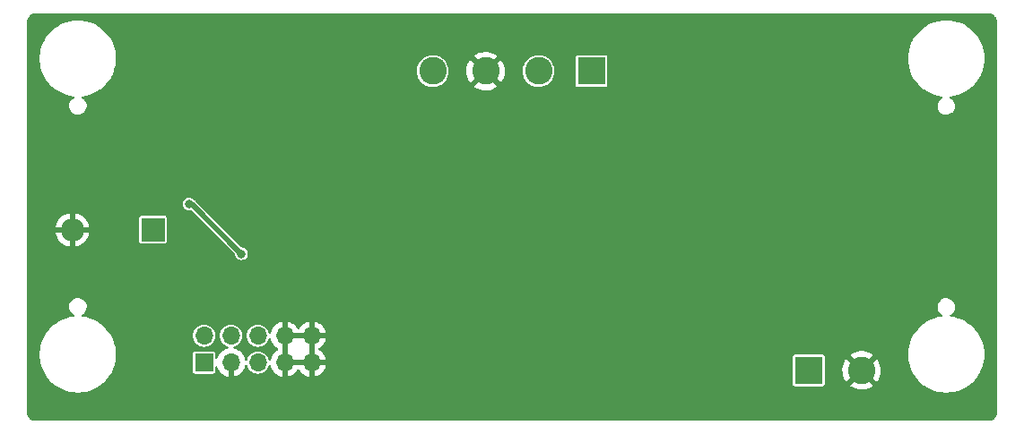
<source format=gbr>
%TF.GenerationSoftware,KiCad,Pcbnew,(6.0.0)*%
%TF.CreationDate,2022-01-14T12:25:06-05:00*%
%TF.ProjectId,ADC-board-HX711,4144432d-626f-4617-9264-2d4858373131,rev?*%
%TF.SameCoordinates,Original*%
%TF.FileFunction,Copper,L1,Top*%
%TF.FilePolarity,Positive*%
%FSLAX46Y46*%
G04 Gerber Fmt 4.6, Leading zero omitted, Abs format (unit mm)*
G04 Created by KiCad (PCBNEW (6.0.0)) date 2022-01-14 12:25:06*
%MOMM*%
%LPD*%
G01*
G04 APERTURE LIST*
%TA.AperFunction,ComponentPad*%
%ADD10O,2.200000X2.200000*%
%TD*%
%TA.AperFunction,ComponentPad*%
%ADD11R,2.200000X2.200000*%
%TD*%
%TA.AperFunction,ComponentPad*%
%ADD12R,1.700000X1.700000*%
%TD*%
%TA.AperFunction,ComponentPad*%
%ADD13O,1.700000X1.700000*%
%TD*%
%TA.AperFunction,ComponentPad*%
%ADD14R,2.600000X2.600000*%
%TD*%
%TA.AperFunction,ComponentPad*%
%ADD15C,2.600000*%
%TD*%
%TA.AperFunction,ViaPad*%
%ADD16C,0.800100*%
%TD*%
%TA.AperFunction,Conductor*%
%ADD17C,0.500000*%
%TD*%
G04 APERTURE END LIST*
D10*
%TO.P,D2,2,A*%
%TO.N,GND*%
X4480000Y-20700000D03*
D11*
%TO.P,D2,1,K*%
%TO.N,+5V*%
X12100000Y-20700000D03*
%TD*%
D12*
%TO.P,J1,1,Pin_1*%
%TO.N,+3V3*%
X16920000Y-33270000D03*
D13*
%TO.P,J1,2,Pin_2*%
%TO.N,DATA*%
X16920000Y-30730000D03*
%TO.P,J1,3,Pin_3*%
%TO.N,GND*%
X19460000Y-33270000D03*
%TO.P,J1,4,Pin_4*%
%TO.N,SCK*%
X19460000Y-30730000D03*
%TO.P,J1,5,Pin_5*%
%TO.N,+5V*%
X22000000Y-33270000D03*
%TO.P,J1,6,Pin_6*%
%TO.N,SWITCH-IN*%
X22000000Y-30730000D03*
%TO.P,J1,7,Pin_7*%
%TO.N,GND*%
X24540000Y-33270000D03*
%TO.P,J1,8,Pin_8*%
X24540000Y-30730000D03*
%TO.P,J1,9,Pin_9*%
X27080000Y-33270000D03*
%TO.P,J1,10,Pin_10*%
X27080000Y-30730000D03*
%TD*%
D14*
%TO.P,J3,1,Pin_1*%
%TO.N,SWITCH-IN*%
X74000000Y-34000000D03*
D15*
%TO.P,J3,2,Pin_2*%
%TO.N,GND*%
X79000000Y-34000000D03*
%TD*%
D14*
%TO.P,J2,1,Pin_1*%
%TO.N,A+*%
X53500000Y-5695000D03*
D15*
%TO.P,J2,2,Pin_2*%
%TO.N,A-*%
X48500000Y-5695000D03*
%TO.P,J2,3,Pin_3*%
%TO.N,GND*%
X43500000Y-5695000D03*
%TO.P,J2,4,Pin_4*%
%TO.N,E+*%
X38500000Y-5695000D03*
%TD*%
D16*
%TO.N,GND*%
X16400000Y-17330000D03*
X20050000Y-21100000D03*
X17250000Y-21070000D03*
X18190000Y-22980000D03*
X36750000Y-20750000D03*
X14760000Y-19210000D03*
X46450000Y-8950000D03*
X15870000Y-24000000D03*
X21420000Y-23530000D03*
X43750000Y-21550000D03*
X17710000Y-18920000D03*
X31900000Y-7200000D03*
%TO.N,SWITCH-IN*%
X15490000Y-18270000D03*
X20450000Y-22970000D03*
%TD*%
D17*
%TO.N,SWITCH-IN*%
X20450000Y-22970000D02*
X15750000Y-18270000D01*
X15750000Y-18270000D02*
X15490000Y-18270000D01*
%TD*%
%TA.AperFunction,Conductor*%
%TO.N,GND*%
G36*
X90988227Y-202518D02*
G01*
X90999642Y-205143D01*
X91010516Y-202682D01*
X91021665Y-202702D01*
X91021663Y-203716D01*
X91031524Y-203105D01*
X91087538Y-208622D01*
X91146370Y-214416D01*
X91165400Y-218202D01*
X91231110Y-238134D01*
X91296817Y-258066D01*
X91314745Y-265492D01*
X91365229Y-292476D01*
X91435856Y-330227D01*
X91451991Y-341008D01*
X91558152Y-428131D01*
X91571869Y-441848D01*
X91581454Y-453527D01*
X91658992Y-548009D01*
X91669772Y-564143D01*
X91703923Y-628033D01*
X91734507Y-685252D01*
X91741934Y-703183D01*
X91781798Y-834598D01*
X91785584Y-853630D01*
X91790102Y-899500D01*
X91796897Y-968493D01*
X91797374Y-978371D01*
X91797356Y-988775D01*
X91794857Y-999642D01*
X91797559Y-1011583D01*
X91800000Y-1033432D01*
X91800000Y-37966040D01*
X91797482Y-37988227D01*
X91794857Y-37999642D01*
X91797318Y-38010516D01*
X91797298Y-38021665D01*
X91796284Y-38021663D01*
X91796895Y-38031524D01*
X91785584Y-38146368D01*
X91781798Y-38165402D01*
X91741934Y-38296817D01*
X91734508Y-38314745D01*
X91669773Y-38435856D01*
X91658992Y-38451991D01*
X91571869Y-38558152D01*
X91558152Y-38571869D01*
X91477053Y-38638425D01*
X91451991Y-38658992D01*
X91435857Y-38669772D01*
X91314745Y-38734508D01*
X91296817Y-38741934D01*
X91231110Y-38761866D01*
X91165400Y-38781798D01*
X91146370Y-38785584D01*
X91031501Y-38796897D01*
X91021629Y-38797374D01*
X91011225Y-38797356D01*
X91000358Y-38794857D01*
X90988417Y-38797559D01*
X90966568Y-38800000D01*
X1033960Y-38800000D01*
X1011773Y-38797482D01*
X1000358Y-38794857D01*
X989484Y-38797318D01*
X978335Y-38797298D01*
X978337Y-38796284D01*
X968476Y-38796895D01*
X912462Y-38791378D01*
X853630Y-38785584D01*
X834600Y-38781798D01*
X768890Y-38761866D01*
X703183Y-38741934D01*
X685255Y-38734508D01*
X564143Y-38669772D01*
X548009Y-38658992D01*
X522947Y-38638425D01*
X441848Y-38571869D01*
X428131Y-38558152D01*
X341008Y-38451991D01*
X330227Y-38435856D01*
X265492Y-38314745D01*
X258066Y-38296817D01*
X218202Y-38165402D01*
X214416Y-38146368D01*
X203103Y-38031507D01*
X202626Y-38021629D01*
X202644Y-38011225D01*
X205143Y-38000358D01*
X202441Y-37988417D01*
X200000Y-37966568D01*
X200000Y-32500000D01*
X1394559Y-32500000D01*
X1414310Y-32876871D01*
X1414715Y-32879429D01*
X1414716Y-32879437D01*
X1444102Y-33064970D01*
X1473347Y-33249613D01*
X1474018Y-33252117D01*
X1474019Y-33252122D01*
X1547520Y-33526431D01*
X1571022Y-33614143D01*
X1706266Y-33966465D01*
X1791453Y-34133653D01*
X1860911Y-34269971D01*
X1877597Y-34302720D01*
X1879008Y-34304892D01*
X1879011Y-34304898D01*
X1965516Y-34438104D01*
X2083137Y-34619225D01*
X2320635Y-34912511D01*
X2587489Y-35179365D01*
X2880775Y-35416863D01*
X2931757Y-35449971D01*
X3195102Y-35620989D01*
X3195108Y-35620992D01*
X3197280Y-35622403D01*
X3533535Y-35793734D01*
X3885857Y-35928978D01*
X3888360Y-35929649D01*
X3888361Y-35929649D01*
X4247878Y-36025981D01*
X4247883Y-36025982D01*
X4250387Y-36026653D01*
X4252958Y-36027060D01*
X4252957Y-36027060D01*
X4620563Y-36085284D01*
X4620571Y-36085285D01*
X4623129Y-36085690D01*
X4905720Y-36100500D01*
X5094280Y-36100500D01*
X5376871Y-36085690D01*
X5379429Y-36085285D01*
X5379437Y-36085284D01*
X5747043Y-36027060D01*
X5747042Y-36027060D01*
X5749613Y-36026653D01*
X5752117Y-36025982D01*
X5752122Y-36025981D01*
X6111639Y-35929649D01*
X6111640Y-35929649D01*
X6114143Y-35928978D01*
X6466465Y-35793734D01*
X6802720Y-35622403D01*
X6804892Y-35620992D01*
X6804898Y-35620989D01*
X7068243Y-35449971D01*
X7119225Y-35416863D01*
X7239152Y-35319748D01*
X72499500Y-35319748D01*
X72511133Y-35378231D01*
X72555448Y-35444552D01*
X72621769Y-35488867D01*
X72631332Y-35490769D01*
X72631334Y-35490770D01*
X72654005Y-35495279D01*
X72680252Y-35500500D01*
X75319748Y-35500500D01*
X75345995Y-35495279D01*
X75368666Y-35490770D01*
X75368668Y-35490769D01*
X75378231Y-35488867D01*
X75441903Y-35446322D01*
X77918717Y-35446322D01*
X77918907Y-35447521D01*
X77923045Y-35452388D01*
X78036260Y-35535401D01*
X78042465Y-35539279D01*
X78273785Y-35660982D01*
X78280513Y-35663907D01*
X78527279Y-35750081D01*
X78534346Y-35751975D01*
X78791146Y-35800730D01*
X78798426Y-35801559D01*
X79059606Y-35811822D01*
X79066925Y-35811566D01*
X79326764Y-35783109D01*
X79333948Y-35781777D01*
X79586730Y-35715225D01*
X79593656Y-35712840D01*
X79833805Y-35609664D01*
X79840306Y-35606281D01*
X80062574Y-35468736D01*
X80068498Y-35464432D01*
X80076418Y-35457728D01*
X80083437Y-35446385D01*
X80083210Y-35443323D01*
X80081417Y-35440627D01*
X79011086Y-34370296D01*
X78999203Y-34364242D01*
X78994172Y-34365038D01*
X77924771Y-35434439D01*
X77918717Y-35446322D01*
X75441903Y-35446322D01*
X75444552Y-35444552D01*
X75488867Y-35378231D01*
X75500500Y-35319748D01*
X75500500Y-33956207D01*
X77187727Y-33956207D01*
X77200268Y-34217293D01*
X77201160Y-34224555D01*
X77252155Y-34480923D01*
X77254112Y-34487979D01*
X77342435Y-34733980D01*
X77345418Y-34740681D01*
X77469133Y-34970926D01*
X77473069Y-34977104D01*
X77545178Y-35073669D01*
X77556068Y-35081365D01*
X77557519Y-35081346D01*
X77562610Y-35078180D01*
X78629704Y-34011086D01*
X78634946Y-34000797D01*
X79364242Y-34000797D01*
X79365038Y-34005828D01*
X80437820Y-35078610D01*
X80449482Y-35084552D01*
X80456016Y-35078643D01*
X80591371Y-34868210D01*
X80594865Y-34861775D01*
X80702225Y-34623443D01*
X80704722Y-34616581D01*
X80775675Y-34365004D01*
X80777136Y-34357820D01*
X80810271Y-34097356D01*
X80810650Y-34092407D01*
X80813005Y-34002492D01*
X80812885Y-33997517D01*
X80793427Y-33735665D01*
X80792346Y-33728436D01*
X80734657Y-33473490D01*
X80732517Y-33466489D01*
X80637780Y-33222873D01*
X80634629Y-33216267D01*
X80504928Y-32989337D01*
X80500824Y-32983253D01*
X80455488Y-32925744D01*
X80444397Y-32918334D01*
X80442254Y-32918418D01*
X80438192Y-32921018D01*
X79370296Y-33988914D01*
X79364242Y-34000797D01*
X78634946Y-34000797D01*
X78635758Y-33999203D01*
X78634962Y-33994172D01*
X77564090Y-32923300D01*
X77552207Y-32917246D01*
X77549405Y-32917689D01*
X77546559Y-32919963D01*
X77526300Y-32944322D01*
X77522047Y-32950284D01*
X77386451Y-33173739D01*
X77383121Y-33180275D01*
X77282045Y-33421314D01*
X77279718Y-33428267D01*
X77215379Y-33681603D01*
X77214107Y-33688819D01*
X77187919Y-33948887D01*
X77187727Y-33956207D01*
X75500500Y-33956207D01*
X75500500Y-32680252D01*
X75488867Y-32621769D01*
X75444552Y-32555448D01*
X75441786Y-32553600D01*
X77915923Y-32553600D01*
X77920228Y-32561018D01*
X78988914Y-33629704D01*
X79000797Y-33635758D01*
X79005828Y-33634962D01*
X80076075Y-32564715D01*
X80082129Y-32552832D01*
X80082049Y-32552325D01*
X80077084Y-32546638D01*
X80009855Y-32500000D01*
X83394559Y-32500000D01*
X83414310Y-32876871D01*
X83414715Y-32879429D01*
X83414716Y-32879437D01*
X83444102Y-33064970D01*
X83473347Y-33249613D01*
X83474018Y-33252117D01*
X83474019Y-33252122D01*
X83547520Y-33526431D01*
X83571022Y-33614143D01*
X83706266Y-33966465D01*
X83791453Y-34133653D01*
X83860911Y-34269971D01*
X83877597Y-34302720D01*
X83879008Y-34304892D01*
X83879011Y-34304898D01*
X83965516Y-34438104D01*
X84083137Y-34619225D01*
X84320635Y-34912511D01*
X84587489Y-35179365D01*
X84880775Y-35416863D01*
X84931757Y-35449971D01*
X85195102Y-35620989D01*
X85195108Y-35620992D01*
X85197280Y-35622403D01*
X85533535Y-35793734D01*
X85885857Y-35928978D01*
X85888360Y-35929649D01*
X85888361Y-35929649D01*
X86247878Y-36025981D01*
X86247883Y-36025982D01*
X86250387Y-36026653D01*
X86252958Y-36027060D01*
X86252957Y-36027060D01*
X86620563Y-36085284D01*
X86620571Y-36085285D01*
X86623129Y-36085690D01*
X86905720Y-36100500D01*
X87094280Y-36100500D01*
X87376871Y-36085690D01*
X87379429Y-36085285D01*
X87379437Y-36085284D01*
X87747043Y-36027060D01*
X87747042Y-36027060D01*
X87749613Y-36026653D01*
X87752117Y-36025982D01*
X87752122Y-36025981D01*
X88111639Y-35929649D01*
X88111640Y-35929649D01*
X88114143Y-35928978D01*
X88466465Y-35793734D01*
X88802720Y-35622403D01*
X88804892Y-35620992D01*
X88804898Y-35620989D01*
X89068243Y-35449971D01*
X89119225Y-35416863D01*
X89412511Y-35179365D01*
X89679365Y-34912511D01*
X89916863Y-34619225D01*
X89918274Y-34617052D01*
X89918280Y-34617044D01*
X90120989Y-34304899D01*
X90120992Y-34304893D01*
X90122403Y-34302721D01*
X90123580Y-34300412D01*
X90200291Y-34149858D01*
X90293734Y-33966465D01*
X90428978Y-33614143D01*
X90452480Y-33526431D01*
X90525981Y-33252122D01*
X90525982Y-33252117D01*
X90526653Y-33249613D01*
X90555898Y-33064970D01*
X90585284Y-32879437D01*
X90585285Y-32879429D01*
X90585690Y-32876871D01*
X90605441Y-32500000D01*
X90585690Y-32123129D01*
X90585095Y-32119369D01*
X90529746Y-31769917D01*
X90526653Y-31750387D01*
X90513287Y-31700502D01*
X90429649Y-31388361D01*
X90429649Y-31388360D01*
X90428978Y-31385857D01*
X90293734Y-31033535D01*
X90122403Y-30697280D01*
X89916863Y-30380775D01*
X89679365Y-30087489D01*
X89412511Y-29820635D01*
X89119225Y-29583137D01*
X88948948Y-29472558D01*
X88804898Y-29379011D01*
X88804892Y-29379008D01*
X88802720Y-29377597D01*
X88466465Y-29206266D01*
X88114143Y-29071022D01*
X88111639Y-29070351D01*
X87752122Y-28974019D01*
X87752117Y-28974018D01*
X87749613Y-28973347D01*
X87409954Y-28919550D01*
X87355437Y-28891773D01*
X87327660Y-28837256D01*
X87337231Y-28776824D01*
X87374452Y-28736909D01*
X87496839Y-28663372D01*
X87496841Y-28663371D01*
X87501432Y-28660612D01*
X87564892Y-28600601D01*
X87627696Y-28541209D01*
X87631591Y-28537526D01*
X87732283Y-28389362D01*
X87798810Y-28223032D01*
X87828069Y-28046296D01*
X87818693Y-27867401D01*
X87771121Y-27694691D01*
X87687572Y-27536227D01*
X87625247Y-27462474D01*
X87575404Y-27403493D01*
X87575402Y-27403491D01*
X87571944Y-27399399D01*
X87489843Y-27336628D01*
X87433894Y-27293851D01*
X87433891Y-27293849D01*
X87429632Y-27290593D01*
X87267275Y-27214885D01*
X87262045Y-27213716D01*
X87262042Y-27213715D01*
X87096407Y-27176692D01*
X87096408Y-27176692D01*
X87092448Y-27175807D01*
X87088375Y-27175579D01*
X87088343Y-27175577D01*
X87088326Y-27175577D01*
X87086957Y-27175500D01*
X86955244Y-27175500D01*
X86925920Y-27178686D01*
X86827232Y-27189406D01*
X86827227Y-27189407D01*
X86821907Y-27189985D01*
X86652122Y-27247124D01*
X86498568Y-27339388D01*
X86494676Y-27343068D01*
X86494674Y-27343070D01*
X86430779Y-27403493D01*
X86368409Y-27462474D01*
X86267717Y-27610638D01*
X86201190Y-27776968D01*
X86171931Y-27953704D01*
X86181307Y-28132599D01*
X86228879Y-28305309D01*
X86312428Y-28463773D01*
X86315888Y-28467867D01*
X86315889Y-28467869D01*
X86377866Y-28541209D01*
X86428056Y-28600601D01*
X86432315Y-28603857D01*
X86566106Y-28706149D01*
X86566109Y-28706151D01*
X86570368Y-28709407D01*
X86575226Y-28711672D01*
X86575232Y-28711676D01*
X86618276Y-28731748D01*
X86663024Y-28773477D01*
X86674698Y-28833538D01*
X86648839Y-28888991D01*
X86591924Y-28919252D01*
X86250387Y-28973347D01*
X86247883Y-28974018D01*
X86247878Y-28974019D01*
X85888361Y-29070351D01*
X85885857Y-29071022D01*
X85533535Y-29206266D01*
X85197280Y-29377597D01*
X85195108Y-29379008D01*
X85195102Y-29379011D01*
X85051052Y-29472558D01*
X84880775Y-29583137D01*
X84587489Y-29820635D01*
X84320635Y-30087489D01*
X84083137Y-30380775D01*
X84081726Y-30382948D01*
X84081720Y-30382956D01*
X83879011Y-30695101D01*
X83879008Y-30695107D01*
X83877597Y-30697279D01*
X83876421Y-30699587D01*
X83870884Y-30710454D01*
X83706266Y-31033535D01*
X83571022Y-31385857D01*
X83570351Y-31388360D01*
X83570351Y-31388361D01*
X83486714Y-31700502D01*
X83473347Y-31750387D01*
X83470254Y-31769917D01*
X83414906Y-32119369D01*
X83414310Y-32123129D01*
X83394559Y-32500000D01*
X80009855Y-32500000D01*
X79923224Y-32439902D01*
X79916901Y-32436178D01*
X79682492Y-32320581D01*
X79675683Y-32317829D01*
X79426749Y-32238144D01*
X79419632Y-32236435D01*
X79161638Y-32194418D01*
X79154354Y-32193781D01*
X78892979Y-32190360D01*
X78885683Y-32190806D01*
X78626674Y-32226056D01*
X78619522Y-32227576D01*
X78368577Y-32300720D01*
X78361711Y-32303287D01*
X78124341Y-32412716D01*
X78117935Y-32416267D01*
X77924204Y-32543282D01*
X77915923Y-32553600D01*
X75441786Y-32553600D01*
X75378231Y-32511133D01*
X75368668Y-32509231D01*
X75368666Y-32509230D01*
X75345995Y-32504721D01*
X75319748Y-32499500D01*
X72680252Y-32499500D01*
X72654005Y-32504721D01*
X72631334Y-32509230D01*
X72631332Y-32509231D01*
X72621769Y-32511133D01*
X72555448Y-32555448D01*
X72511133Y-32621769D01*
X72499500Y-32680252D01*
X72499500Y-35319748D01*
X7239152Y-35319748D01*
X7412511Y-35179365D01*
X7679365Y-34912511D01*
X7916863Y-34619225D01*
X7918274Y-34617052D01*
X7918280Y-34617044D01*
X8120989Y-34304899D01*
X8120992Y-34304893D01*
X8122403Y-34302721D01*
X8123580Y-34300412D01*
X8200291Y-34149858D01*
X8205442Y-34139748D01*
X15869500Y-34139748D01*
X15881133Y-34198231D01*
X15925448Y-34264552D01*
X15991769Y-34308867D01*
X16001332Y-34310769D01*
X16001334Y-34310770D01*
X16024005Y-34315279D01*
X16050252Y-34320500D01*
X17789748Y-34320500D01*
X17815995Y-34315279D01*
X17838666Y-34310770D01*
X17838668Y-34310769D01*
X17848231Y-34308867D01*
X17914552Y-34264552D01*
X17958867Y-34198231D01*
X17970500Y-34139748D01*
X17970500Y-33718491D01*
X17989407Y-33660300D01*
X18038907Y-33624336D01*
X18100093Y-33624336D01*
X18149593Y-33660300D01*
X18161226Y-33681245D01*
X18242183Y-33880620D01*
X18245840Y-33887860D01*
X18358266Y-34071322D01*
X18363056Y-34077867D01*
X18503935Y-34240502D01*
X18509729Y-34246176D01*
X18675292Y-34383629D01*
X18681921Y-34388270D01*
X18867713Y-34496838D01*
X18875008Y-34500334D01*
X19076038Y-34577099D01*
X19083808Y-34579357D01*
X19190637Y-34601091D01*
X19203846Y-34599586D01*
X19206000Y-34591405D01*
X19206000Y-33115000D01*
X19224907Y-33056809D01*
X19274407Y-33020845D01*
X19305000Y-33016000D01*
X19615000Y-33016000D01*
X19673191Y-33034907D01*
X19709155Y-33084407D01*
X19714000Y-33115000D01*
X19714000Y-34590952D01*
X19718122Y-34603637D01*
X19719650Y-34604748D01*
X19724884Y-34605238D01*
X19739291Y-34603392D01*
X19747200Y-34601710D01*
X19953304Y-34539876D01*
X19960852Y-34536918D01*
X20154087Y-34442253D01*
X20161046Y-34438104D01*
X20336231Y-34313148D01*
X20342412Y-34307924D01*
X20494831Y-34156035D01*
X20500088Y-34149858D01*
X20625651Y-33975119D01*
X20629823Y-33968176D01*
X20725164Y-33775268D01*
X20728144Y-33767744D01*
X20790700Y-33561847D01*
X20793268Y-33549967D01*
X20795177Y-33550380D01*
X20818372Y-33501811D01*
X20872156Y-33472641D01*
X20932814Y-33480656D01*
X20977176Y-33522795D01*
X20985314Y-33542699D01*
X21018544Y-33658586D01*
X21112712Y-33841818D01*
X21240677Y-34003270D01*
X21244357Y-34006402D01*
X21244359Y-34006404D01*
X21320638Y-34071322D01*
X21397564Y-34136791D01*
X21401787Y-34139151D01*
X21401791Y-34139154D01*
X21441342Y-34161258D01*
X21577398Y-34237297D01*
X21581996Y-34238791D01*
X21768724Y-34299463D01*
X21768726Y-34299464D01*
X21773329Y-34300959D01*
X21977894Y-34325351D01*
X21982716Y-34324980D01*
X21982719Y-34324980D01*
X22053259Y-34319552D01*
X22183300Y-34309546D01*
X22381725Y-34254145D01*
X22386038Y-34251966D01*
X22386044Y-34251964D01*
X22561289Y-34163441D01*
X22561291Y-34163440D01*
X22565610Y-34161258D01*
X22572295Y-34156035D01*
X22724135Y-34037406D01*
X22724139Y-34037402D01*
X22727951Y-34034424D01*
X22762696Y-33994172D01*
X22788698Y-33964047D01*
X22862564Y-33878472D01*
X22881231Y-33845613D01*
X22961934Y-33703550D01*
X22961935Y-33703547D01*
X22964323Y-33699344D01*
X22967825Y-33688819D01*
X23019122Y-33534612D01*
X23055431Y-33485364D01*
X23113752Y-33466863D01*
X23171809Y-33486177D01*
X23207427Y-33535926D01*
X23209639Y-33544096D01*
X23238807Y-33673524D01*
X23241231Y-33681258D01*
X23322183Y-33880620D01*
X23325840Y-33887860D01*
X23438266Y-34071322D01*
X23443056Y-34077867D01*
X23583935Y-34240502D01*
X23589729Y-34246176D01*
X23755292Y-34383629D01*
X23761921Y-34388270D01*
X23947713Y-34496838D01*
X23955008Y-34500334D01*
X24156038Y-34577099D01*
X24163808Y-34579357D01*
X24270637Y-34601091D01*
X24283846Y-34599586D01*
X24286000Y-34591405D01*
X24286000Y-34590952D01*
X24794000Y-34590952D01*
X24798122Y-34603637D01*
X24799650Y-34604748D01*
X24804884Y-34605238D01*
X24819291Y-34603392D01*
X24827200Y-34601710D01*
X25033304Y-34539876D01*
X25040852Y-34536918D01*
X25234087Y-34442253D01*
X25241046Y-34438104D01*
X25416231Y-34313148D01*
X25422412Y-34307924D01*
X25574831Y-34156035D01*
X25580088Y-34149858D01*
X25705651Y-33975119D01*
X25709823Y-33968176D01*
X25721990Y-33943557D01*
X25764723Y-33899767D01*
X25825033Y-33889458D01*
X25879885Y-33916568D01*
X25895153Y-33935694D01*
X25978266Y-34071322D01*
X25983056Y-34077867D01*
X26123935Y-34240502D01*
X26129729Y-34246176D01*
X26295292Y-34383629D01*
X26301921Y-34388270D01*
X26487713Y-34496838D01*
X26495008Y-34500334D01*
X26696038Y-34577099D01*
X26703808Y-34579357D01*
X26810637Y-34601091D01*
X26823846Y-34599586D01*
X26826000Y-34591405D01*
X26826000Y-34590952D01*
X27334000Y-34590952D01*
X27338122Y-34603637D01*
X27339650Y-34604748D01*
X27344884Y-34605238D01*
X27359291Y-34603392D01*
X27367200Y-34601710D01*
X27573304Y-34539876D01*
X27580852Y-34536918D01*
X27774087Y-34442253D01*
X27781046Y-34438104D01*
X27956231Y-34313148D01*
X27962412Y-34307924D01*
X28114831Y-34156035D01*
X28120088Y-34149858D01*
X28245651Y-33975119D01*
X28249823Y-33968176D01*
X28345164Y-33775268D01*
X28348144Y-33767744D01*
X28410701Y-33561843D01*
X28412410Y-33553938D01*
X28414304Y-33539547D01*
X28411873Y-33526431D01*
X28410571Y-33525195D01*
X28405290Y-33524000D01*
X27349680Y-33524000D01*
X27336995Y-33528122D01*
X27334000Y-33532243D01*
X27334000Y-34590952D01*
X26826000Y-34590952D01*
X26826000Y-33539680D01*
X26821878Y-33526995D01*
X26817757Y-33524000D01*
X24809680Y-33524000D01*
X24796995Y-33528122D01*
X24794000Y-33532243D01*
X24794000Y-34590952D01*
X24286000Y-34590952D01*
X24286000Y-33000320D01*
X24794000Y-33000320D01*
X24798122Y-33013005D01*
X24802243Y-33016000D01*
X26810320Y-33016000D01*
X26823005Y-33011878D01*
X26826000Y-33007757D01*
X26826000Y-33000320D01*
X27334000Y-33000320D01*
X27338122Y-33013005D01*
X27342243Y-33016000D01*
X28400779Y-33016000D01*
X28412730Y-33012117D01*
X28413058Y-33002462D01*
X28370946Y-32834809D01*
X28368333Y-32827133D01*
X28282534Y-32629807D01*
X28278701Y-32622660D01*
X28161826Y-32441997D01*
X28156880Y-32435575D01*
X28012065Y-32276426D01*
X28006139Y-32270899D01*
X27837269Y-32137534D01*
X27830525Y-32133054D01*
X27748969Y-32088032D01*
X27707162Y-32043356D01*
X27699600Y-31982640D01*
X27729170Y-31929075D01*
X27753260Y-31912456D01*
X27774087Y-31902253D01*
X27781046Y-31898104D01*
X27956231Y-31773148D01*
X27962412Y-31767924D01*
X28114831Y-31616035D01*
X28120088Y-31609858D01*
X28245651Y-31435119D01*
X28249823Y-31428176D01*
X28345164Y-31235268D01*
X28348144Y-31227744D01*
X28410701Y-31021843D01*
X28412410Y-31013938D01*
X28414304Y-30999547D01*
X28411873Y-30986431D01*
X28410571Y-30985195D01*
X28405290Y-30984000D01*
X27349680Y-30984000D01*
X27336995Y-30988122D01*
X27334000Y-30992243D01*
X27334000Y-33000320D01*
X26826000Y-33000320D01*
X26826000Y-30999680D01*
X26821878Y-30986995D01*
X26817757Y-30984000D01*
X24809680Y-30984000D01*
X24796995Y-30988122D01*
X24794000Y-30992243D01*
X24794000Y-33000320D01*
X24286000Y-33000320D01*
X24286000Y-30460320D01*
X24794000Y-30460320D01*
X24798122Y-30473005D01*
X24802243Y-30476000D01*
X26810320Y-30476000D01*
X26823005Y-30471878D01*
X26826000Y-30467757D01*
X26826000Y-30460320D01*
X27334000Y-30460320D01*
X27338122Y-30473005D01*
X27342243Y-30476000D01*
X28400779Y-30476000D01*
X28412730Y-30472117D01*
X28413058Y-30462462D01*
X28370946Y-30294809D01*
X28368333Y-30287133D01*
X28282534Y-30089807D01*
X28278701Y-30082660D01*
X28161826Y-29901997D01*
X28156880Y-29895575D01*
X28012065Y-29736426D01*
X28006139Y-29730899D01*
X27837269Y-29597534D01*
X27830525Y-29593054D01*
X27642141Y-29489060D01*
X27634749Y-29485738D01*
X27431920Y-29413912D01*
X27424081Y-29411841D01*
X27349436Y-29398545D01*
X27336226Y-29400378D01*
X27335805Y-29400782D01*
X27334000Y-29407996D01*
X27334000Y-30460320D01*
X26826000Y-30460320D01*
X26826000Y-29410667D01*
X26821878Y-29397982D01*
X26820877Y-29397254D01*
X26814549Y-29396739D01*
X26768220Y-29403829D01*
X26760348Y-29405705D01*
X26555807Y-29472558D01*
X26548350Y-29475693D01*
X26357479Y-29575054D01*
X26350627Y-29579369D01*
X26178544Y-29708573D01*
X26172491Y-29713947D01*
X26023830Y-29869513D01*
X26018727Y-29875814D01*
X25897466Y-30053575D01*
X25895023Y-30057876D01*
X25849841Y-30099134D01*
X25789037Y-30105954D01*
X25735836Y-30075732D01*
X25725821Y-30062750D01*
X25621826Y-29901997D01*
X25616880Y-29895575D01*
X25472065Y-29736426D01*
X25466139Y-29730899D01*
X25297269Y-29597534D01*
X25290525Y-29593054D01*
X25102141Y-29489060D01*
X25094749Y-29485738D01*
X24891920Y-29413912D01*
X24884081Y-29411841D01*
X24809436Y-29398545D01*
X24796226Y-29400378D01*
X24795805Y-29400782D01*
X24794000Y-29407996D01*
X24794000Y-30460320D01*
X24286000Y-30460320D01*
X24286000Y-29410667D01*
X24281878Y-29397982D01*
X24280877Y-29397254D01*
X24274549Y-29396739D01*
X24228220Y-29403829D01*
X24220348Y-29405705D01*
X24015807Y-29472558D01*
X24008350Y-29475693D01*
X23817479Y-29575054D01*
X23810627Y-29579369D01*
X23638544Y-29708573D01*
X23632491Y-29713947D01*
X23483830Y-29869513D01*
X23478727Y-29875814D01*
X23357466Y-30053575D01*
X23353468Y-30060613D01*
X23262871Y-30255790D01*
X23260073Y-30263394D01*
X23206095Y-30458031D01*
X23172325Y-30509052D01*
X23115014Y-30530480D01*
X23056054Y-30514129D01*
X23017965Y-30466244D01*
X23015921Y-30460188D01*
X22992603Y-30382956D01*
X22975935Y-30327749D01*
X22879218Y-30145849D01*
X22749011Y-29986200D01*
X22647227Y-29901997D01*
X22594002Y-29857965D01*
X22594000Y-29857964D01*
X22590275Y-29854882D01*
X22409055Y-29756897D01*
X22325069Y-29730899D01*
X22216875Y-29697407D01*
X22216871Y-29697406D01*
X22212254Y-29695977D01*
X22207446Y-29695472D01*
X22207443Y-29695471D01*
X22012185Y-29674949D01*
X22012183Y-29674949D01*
X22007369Y-29674443D01*
X21947354Y-29679905D01*
X21807022Y-29692675D01*
X21807017Y-29692676D01*
X21802203Y-29693114D01*
X21604572Y-29751280D01*
X21600288Y-29753519D01*
X21600287Y-29753520D01*
X21589428Y-29759197D01*
X21422002Y-29846726D01*
X21418231Y-29849758D01*
X21265220Y-29972781D01*
X21265217Y-29972783D01*
X21261447Y-29975815D01*
X21258333Y-29979526D01*
X21258332Y-29979527D01*
X21157970Y-30099134D01*
X21129024Y-30133630D01*
X21126689Y-30137878D01*
X21126688Y-30137879D01*
X21119955Y-30150126D01*
X21029776Y-30314162D01*
X21028313Y-30318775D01*
X21028311Y-30318779D01*
X21008645Y-30380775D01*
X20967484Y-30510532D01*
X20966944Y-30515344D01*
X20966944Y-30515345D01*
X20965865Y-30524970D01*
X20944520Y-30715262D01*
X20961759Y-30920553D01*
X20963092Y-30925201D01*
X20963092Y-30925202D01*
X20993497Y-31031235D01*
X21018544Y-31118586D01*
X21112712Y-31301818D01*
X21240677Y-31463270D01*
X21244357Y-31466402D01*
X21244359Y-31466404D01*
X21320638Y-31531322D01*
X21397564Y-31596791D01*
X21401787Y-31599151D01*
X21401791Y-31599154D01*
X21441342Y-31621258D01*
X21577398Y-31697297D01*
X21581996Y-31698791D01*
X21768724Y-31759463D01*
X21768726Y-31759464D01*
X21773329Y-31760959D01*
X21977894Y-31785351D01*
X21982716Y-31784980D01*
X21982719Y-31784980D01*
X22050541Y-31779761D01*
X22183300Y-31769546D01*
X22381725Y-31714145D01*
X22386038Y-31711966D01*
X22386044Y-31711964D01*
X22561289Y-31623441D01*
X22561291Y-31623440D01*
X22565610Y-31621258D01*
X22572295Y-31616035D01*
X22724135Y-31497406D01*
X22724139Y-31497402D01*
X22727951Y-31494424D01*
X22862564Y-31338472D01*
X22881231Y-31305613D01*
X22961934Y-31163550D01*
X22961935Y-31163547D01*
X22964323Y-31159344D01*
X22970340Y-31141258D01*
X23019122Y-30994612D01*
X23055431Y-30945364D01*
X23113752Y-30926863D01*
X23171809Y-30946177D01*
X23207427Y-30995926D01*
X23209639Y-31004096D01*
X23238807Y-31133524D01*
X23241231Y-31141258D01*
X23322183Y-31340620D01*
X23325840Y-31347860D01*
X23438266Y-31531322D01*
X23443056Y-31537867D01*
X23583935Y-31700502D01*
X23589729Y-31706176D01*
X23755292Y-31843629D01*
X23761921Y-31848271D01*
X23874708Y-31914178D01*
X23915411Y-31959861D01*
X23921487Y-32020744D01*
X23890618Y-32073571D01*
X23870472Y-32087468D01*
X23817483Y-32115052D01*
X23810627Y-32119369D01*
X23638544Y-32248573D01*
X23632491Y-32253947D01*
X23483830Y-32409513D01*
X23478727Y-32415814D01*
X23357466Y-32593575D01*
X23353468Y-32600613D01*
X23262871Y-32795790D01*
X23260073Y-32803394D01*
X23206095Y-32998031D01*
X23172325Y-33049052D01*
X23115014Y-33070480D01*
X23056054Y-33054129D01*
X23017965Y-33006244D01*
X23015921Y-33000188D01*
X22990879Y-32917246D01*
X22975935Y-32867749D01*
X22879218Y-32685849D01*
X22749011Y-32526200D01*
X22728498Y-32509230D01*
X22594002Y-32397965D01*
X22594000Y-32397964D01*
X22590275Y-32394882D01*
X22409055Y-32296897D01*
X22325069Y-32270899D01*
X22216875Y-32237407D01*
X22216871Y-32237406D01*
X22212254Y-32235977D01*
X22207446Y-32235472D01*
X22207443Y-32235471D01*
X22012185Y-32214949D01*
X22012183Y-32214949D01*
X22007369Y-32214443D01*
X21951800Y-32219500D01*
X21807022Y-32232675D01*
X21807017Y-32232676D01*
X21802203Y-32233114D01*
X21604572Y-32291280D01*
X21600288Y-32293519D01*
X21600287Y-32293520D01*
X21589428Y-32299197D01*
X21422002Y-32386726D01*
X21418231Y-32389758D01*
X21265220Y-32512781D01*
X21265217Y-32512783D01*
X21261447Y-32515815D01*
X21258333Y-32519526D01*
X21258332Y-32519527D01*
X21157970Y-32639134D01*
X21129024Y-32673630D01*
X21126689Y-32677878D01*
X21126688Y-32677879D01*
X21119955Y-32690126D01*
X21029776Y-32854162D01*
X21028312Y-32858778D01*
X21028310Y-32858782D01*
X20982313Y-33003785D01*
X20946696Y-33053535D01*
X20888638Y-33072849D01*
X20830317Y-33054348D01*
X20794008Y-33005101D01*
X20791930Y-32997969D01*
X20750946Y-32834809D01*
X20748333Y-32827133D01*
X20662534Y-32629807D01*
X20658701Y-32622660D01*
X20541826Y-32441997D01*
X20536880Y-32435575D01*
X20392065Y-32276426D01*
X20386139Y-32270899D01*
X20217269Y-32137534D01*
X20210525Y-32133054D01*
X20022141Y-32029060D01*
X20014749Y-32025738D01*
X19811920Y-31953912D01*
X19804081Y-31951841D01*
X19734589Y-31939463D01*
X19680616Y-31910644D01*
X19653890Y-31855605D01*
X19664619Y-31795367D01*
X19708706Y-31752941D01*
X19725327Y-31746644D01*
X19769867Y-31734208D01*
X19841725Y-31714145D01*
X19846038Y-31711966D01*
X19846044Y-31711964D01*
X20021289Y-31623441D01*
X20021291Y-31623440D01*
X20025610Y-31621258D01*
X20032295Y-31616035D01*
X20184135Y-31497406D01*
X20184139Y-31497402D01*
X20187951Y-31494424D01*
X20322564Y-31338472D01*
X20341231Y-31305613D01*
X20421934Y-31163550D01*
X20421935Y-31163547D01*
X20424323Y-31159344D01*
X20430340Y-31141258D01*
X20487824Y-30968454D01*
X20487824Y-30968452D01*
X20489351Y-30963863D01*
X20515171Y-30759474D01*
X20515583Y-30730000D01*
X20512375Y-30697279D01*
X20495952Y-30529780D01*
X20495951Y-30529776D01*
X20495480Y-30524970D01*
X20479451Y-30471878D01*
X20437333Y-30332380D01*
X20435935Y-30327749D01*
X20339218Y-30145849D01*
X20209011Y-29986200D01*
X20107227Y-29901997D01*
X20054002Y-29857965D01*
X20054000Y-29857964D01*
X20050275Y-29854882D01*
X19869055Y-29756897D01*
X19785069Y-29730899D01*
X19676875Y-29697407D01*
X19676871Y-29697406D01*
X19672254Y-29695977D01*
X19667446Y-29695472D01*
X19667443Y-29695471D01*
X19472185Y-29674949D01*
X19472183Y-29674949D01*
X19467369Y-29674443D01*
X19407354Y-29679905D01*
X19267022Y-29692675D01*
X19267017Y-29692676D01*
X19262203Y-29693114D01*
X19064572Y-29751280D01*
X19060288Y-29753519D01*
X19060287Y-29753520D01*
X19049428Y-29759197D01*
X18882002Y-29846726D01*
X18878231Y-29849758D01*
X18725220Y-29972781D01*
X18725217Y-29972783D01*
X18721447Y-29975815D01*
X18718333Y-29979526D01*
X18718332Y-29979527D01*
X18617970Y-30099134D01*
X18589024Y-30133630D01*
X18586689Y-30137878D01*
X18586688Y-30137879D01*
X18579955Y-30150126D01*
X18489776Y-30314162D01*
X18488313Y-30318775D01*
X18488311Y-30318779D01*
X18468645Y-30380775D01*
X18427484Y-30510532D01*
X18426944Y-30515344D01*
X18426944Y-30515345D01*
X18425865Y-30524970D01*
X18404520Y-30715262D01*
X18421759Y-30920553D01*
X18423092Y-30925201D01*
X18423092Y-30925202D01*
X18453497Y-31031235D01*
X18478544Y-31118586D01*
X18572712Y-31301818D01*
X18700677Y-31463270D01*
X18704357Y-31466402D01*
X18704359Y-31466404D01*
X18780638Y-31531322D01*
X18857564Y-31596791D01*
X18861787Y-31599151D01*
X18861791Y-31599154D01*
X18901342Y-31621258D01*
X19037398Y-31697297D01*
X19191944Y-31747512D01*
X19241444Y-31783476D01*
X19260351Y-31841667D01*
X19241444Y-31899858D01*
X19191944Y-31935822D01*
X19176327Y-31939528D01*
X19148226Y-31943828D01*
X19140341Y-31945707D01*
X18935807Y-32012558D01*
X18928350Y-32015693D01*
X18737479Y-32115054D01*
X18730627Y-32119369D01*
X18558544Y-32248573D01*
X18552491Y-32253947D01*
X18403830Y-32409513D01*
X18398727Y-32415814D01*
X18277466Y-32593575D01*
X18273468Y-32600613D01*
X18182871Y-32795790D01*
X18180073Y-32803394D01*
X18164899Y-32858109D01*
X18131129Y-32909130D01*
X18073818Y-32930558D01*
X18014858Y-32914207D01*
X17976769Y-32866322D01*
X17970500Y-32831652D01*
X17970500Y-32400252D01*
X17958867Y-32341769D01*
X17914552Y-32275448D01*
X17848231Y-32231133D01*
X17838668Y-32229231D01*
X17838666Y-32229230D01*
X17815995Y-32224721D01*
X17789748Y-32219500D01*
X16050252Y-32219500D01*
X16024005Y-32224721D01*
X16001334Y-32229230D01*
X16001332Y-32229231D01*
X15991769Y-32231133D01*
X15925448Y-32275448D01*
X15881133Y-32341769D01*
X15869500Y-32400252D01*
X15869500Y-34139748D01*
X8205442Y-34139748D01*
X8293734Y-33966465D01*
X8428978Y-33614143D01*
X8452480Y-33526431D01*
X8525981Y-33252122D01*
X8525982Y-33252117D01*
X8526653Y-33249613D01*
X8555898Y-33064970D01*
X8585284Y-32879437D01*
X8585285Y-32879429D01*
X8585690Y-32876871D01*
X8605441Y-32500000D01*
X8585690Y-32123129D01*
X8585095Y-32119369D01*
X8529746Y-31769917D01*
X8526653Y-31750387D01*
X8513287Y-31700502D01*
X8429649Y-31388361D01*
X8429649Y-31388360D01*
X8428978Y-31385857D01*
X8293734Y-31033535D01*
X8131565Y-30715262D01*
X15864520Y-30715262D01*
X15881759Y-30920553D01*
X15883092Y-30925201D01*
X15883092Y-30925202D01*
X15913497Y-31031235D01*
X15938544Y-31118586D01*
X16032712Y-31301818D01*
X16160677Y-31463270D01*
X16164357Y-31466402D01*
X16164359Y-31466404D01*
X16240638Y-31531322D01*
X16317564Y-31596791D01*
X16321787Y-31599151D01*
X16321791Y-31599154D01*
X16361342Y-31621258D01*
X16497398Y-31697297D01*
X16501996Y-31698791D01*
X16688724Y-31759463D01*
X16688726Y-31759464D01*
X16693329Y-31760959D01*
X16897894Y-31785351D01*
X16902716Y-31784980D01*
X16902719Y-31784980D01*
X16970541Y-31779761D01*
X17103300Y-31769546D01*
X17301725Y-31714145D01*
X17306038Y-31711966D01*
X17306044Y-31711964D01*
X17481289Y-31623441D01*
X17481291Y-31623440D01*
X17485610Y-31621258D01*
X17492295Y-31616035D01*
X17644135Y-31497406D01*
X17644139Y-31497402D01*
X17647951Y-31494424D01*
X17782564Y-31338472D01*
X17801231Y-31305613D01*
X17881934Y-31163550D01*
X17881935Y-31163547D01*
X17884323Y-31159344D01*
X17890340Y-31141258D01*
X17947824Y-30968454D01*
X17947824Y-30968452D01*
X17949351Y-30963863D01*
X17975171Y-30759474D01*
X17975583Y-30730000D01*
X17972375Y-30697279D01*
X17955952Y-30529780D01*
X17955951Y-30529776D01*
X17955480Y-30524970D01*
X17939451Y-30471878D01*
X17897333Y-30332380D01*
X17895935Y-30327749D01*
X17799218Y-30145849D01*
X17669011Y-29986200D01*
X17567227Y-29901997D01*
X17514002Y-29857965D01*
X17514000Y-29857964D01*
X17510275Y-29854882D01*
X17329055Y-29756897D01*
X17245069Y-29730899D01*
X17136875Y-29697407D01*
X17136871Y-29697406D01*
X17132254Y-29695977D01*
X17127446Y-29695472D01*
X17127443Y-29695471D01*
X16932185Y-29674949D01*
X16932183Y-29674949D01*
X16927369Y-29674443D01*
X16867354Y-29679905D01*
X16727022Y-29692675D01*
X16727017Y-29692676D01*
X16722203Y-29693114D01*
X16524572Y-29751280D01*
X16520288Y-29753519D01*
X16520287Y-29753520D01*
X16509428Y-29759197D01*
X16342002Y-29846726D01*
X16338231Y-29849758D01*
X16185220Y-29972781D01*
X16185217Y-29972783D01*
X16181447Y-29975815D01*
X16178333Y-29979526D01*
X16178332Y-29979527D01*
X16077970Y-30099134D01*
X16049024Y-30133630D01*
X16046689Y-30137878D01*
X16046688Y-30137879D01*
X16039955Y-30150126D01*
X15949776Y-30314162D01*
X15948313Y-30318775D01*
X15948311Y-30318779D01*
X15928645Y-30380775D01*
X15887484Y-30510532D01*
X15886944Y-30515344D01*
X15886944Y-30515345D01*
X15885865Y-30524970D01*
X15864520Y-30715262D01*
X8131565Y-30715262D01*
X8122403Y-30697280D01*
X7916863Y-30380775D01*
X7679365Y-30087489D01*
X7412511Y-29820635D01*
X7119225Y-29583137D01*
X6948948Y-29472558D01*
X6804898Y-29379011D01*
X6804892Y-29379008D01*
X6802720Y-29377597D01*
X6466465Y-29206266D01*
X6114143Y-29071022D01*
X6111639Y-29070351D01*
X5752122Y-28974019D01*
X5752117Y-28974018D01*
X5749613Y-28973347D01*
X5409954Y-28919550D01*
X5355437Y-28891773D01*
X5327660Y-28837256D01*
X5337231Y-28776824D01*
X5374452Y-28736909D01*
X5496839Y-28663372D01*
X5496841Y-28663371D01*
X5501432Y-28660612D01*
X5564892Y-28600601D01*
X5627696Y-28541209D01*
X5631591Y-28537526D01*
X5732283Y-28389362D01*
X5798810Y-28223032D01*
X5828069Y-28046296D01*
X5818693Y-27867401D01*
X5771121Y-27694691D01*
X5687572Y-27536227D01*
X5625247Y-27462474D01*
X5575404Y-27403493D01*
X5575402Y-27403491D01*
X5571944Y-27399399D01*
X5489843Y-27336628D01*
X5433894Y-27293851D01*
X5433891Y-27293849D01*
X5429632Y-27290593D01*
X5267275Y-27214885D01*
X5262045Y-27213716D01*
X5262042Y-27213715D01*
X5096407Y-27176692D01*
X5096408Y-27176692D01*
X5092448Y-27175807D01*
X5088375Y-27175579D01*
X5088343Y-27175577D01*
X5088326Y-27175577D01*
X5086957Y-27175500D01*
X4955244Y-27175500D01*
X4925920Y-27178686D01*
X4827232Y-27189406D01*
X4827227Y-27189407D01*
X4821907Y-27189985D01*
X4652122Y-27247124D01*
X4498568Y-27339388D01*
X4494676Y-27343068D01*
X4494674Y-27343070D01*
X4430779Y-27403493D01*
X4368409Y-27462474D01*
X4267717Y-27610638D01*
X4201190Y-27776968D01*
X4171931Y-27953704D01*
X4181307Y-28132599D01*
X4228879Y-28305309D01*
X4312428Y-28463773D01*
X4315888Y-28467867D01*
X4315889Y-28467869D01*
X4377866Y-28541209D01*
X4428056Y-28600601D01*
X4432315Y-28603857D01*
X4566106Y-28706149D01*
X4566109Y-28706151D01*
X4570368Y-28709407D01*
X4575226Y-28711672D01*
X4575232Y-28711676D01*
X4618276Y-28731748D01*
X4663024Y-28773477D01*
X4674698Y-28833538D01*
X4648839Y-28888991D01*
X4591924Y-28919252D01*
X4250387Y-28973347D01*
X4247883Y-28974018D01*
X4247878Y-28974019D01*
X3888361Y-29070351D01*
X3885857Y-29071022D01*
X3533535Y-29206266D01*
X3197280Y-29377597D01*
X3195108Y-29379008D01*
X3195102Y-29379011D01*
X3051052Y-29472558D01*
X2880775Y-29583137D01*
X2587489Y-29820635D01*
X2320635Y-30087489D01*
X2083137Y-30380775D01*
X2081726Y-30382948D01*
X2081720Y-30382956D01*
X1879011Y-30695101D01*
X1879008Y-30695107D01*
X1877597Y-30697279D01*
X1876421Y-30699587D01*
X1870884Y-30710454D01*
X1706266Y-31033535D01*
X1571022Y-31385857D01*
X1570351Y-31388360D01*
X1570351Y-31388361D01*
X1486714Y-31700502D01*
X1473347Y-31750387D01*
X1470254Y-31769917D01*
X1414906Y-32119369D01*
X1414310Y-32123129D01*
X1394559Y-32500000D01*
X200000Y-32500000D01*
X200000Y-20967315D01*
X2890485Y-20967315D01*
X2945065Y-21194659D01*
X2947459Y-21202026D01*
X3041343Y-21428681D01*
X3044865Y-21435593D01*
X3173046Y-21644764D01*
X3177601Y-21651035D01*
X3336928Y-21837582D01*
X3342418Y-21843072D01*
X3528965Y-22002399D01*
X3535236Y-22006954D01*
X3744407Y-22135135D01*
X3751319Y-22138657D01*
X3977974Y-22232541D01*
X3985341Y-22234935D01*
X4210753Y-22289052D01*
X4223452Y-22288052D01*
X4226000Y-22279018D01*
X4226000Y-22277032D01*
X4734000Y-22277032D01*
X4737936Y-22289147D01*
X4747315Y-22289515D01*
X4974659Y-22234935D01*
X4982026Y-22232541D01*
X5208681Y-22138657D01*
X5215593Y-22135135D01*
X5424764Y-22006954D01*
X5431035Y-22002399D01*
X5617582Y-21843072D01*
X5623072Y-21837582D01*
X5638304Y-21819748D01*
X10799500Y-21819748D01*
X10811133Y-21878231D01*
X10855448Y-21944552D01*
X10921769Y-21988867D01*
X10931332Y-21990769D01*
X10931334Y-21990770D01*
X10954005Y-21995279D01*
X10980252Y-22000500D01*
X13219748Y-22000500D01*
X13245995Y-21995279D01*
X13268666Y-21990770D01*
X13268668Y-21990769D01*
X13278231Y-21988867D01*
X13344552Y-21944552D01*
X13388867Y-21878231D01*
X13400500Y-21819748D01*
X13400500Y-19580252D01*
X13388867Y-19521769D01*
X13344552Y-19455448D01*
X13278231Y-19411133D01*
X13268668Y-19409231D01*
X13268666Y-19409230D01*
X13245995Y-19404721D01*
X13219748Y-19399500D01*
X10980252Y-19399500D01*
X10954005Y-19404721D01*
X10931334Y-19409230D01*
X10931332Y-19409231D01*
X10921769Y-19411133D01*
X10855448Y-19455448D01*
X10811133Y-19521769D01*
X10799500Y-19580252D01*
X10799500Y-21819748D01*
X5638304Y-21819748D01*
X5782399Y-21651035D01*
X5786954Y-21644764D01*
X5915135Y-21435593D01*
X5918657Y-21428681D01*
X6012541Y-21202026D01*
X6014935Y-21194659D01*
X6069052Y-20969247D01*
X6068052Y-20956548D01*
X6059018Y-20954000D01*
X4749680Y-20954000D01*
X4736995Y-20958122D01*
X4734000Y-20962243D01*
X4734000Y-22277032D01*
X4226000Y-22277032D01*
X4226000Y-20969680D01*
X4221878Y-20956995D01*
X4217757Y-20954000D01*
X2902968Y-20954000D01*
X2890853Y-20957936D01*
X2890485Y-20967315D01*
X200000Y-20967315D01*
X200000Y-20430753D01*
X2890948Y-20430753D01*
X2891948Y-20443452D01*
X2900982Y-20446000D01*
X4210320Y-20446000D01*
X4223005Y-20441878D01*
X4226000Y-20437757D01*
X4226000Y-20430320D01*
X4734000Y-20430320D01*
X4738122Y-20443005D01*
X4742243Y-20446000D01*
X6057032Y-20446000D01*
X6069147Y-20442064D01*
X6069515Y-20432685D01*
X6014935Y-20205341D01*
X6012541Y-20197974D01*
X5918657Y-19971319D01*
X5915135Y-19964407D01*
X5786954Y-19755236D01*
X5782399Y-19748965D01*
X5623072Y-19562418D01*
X5617582Y-19556928D01*
X5431035Y-19397601D01*
X5424764Y-19393046D01*
X5215593Y-19264865D01*
X5208681Y-19261343D01*
X4982026Y-19167459D01*
X4974659Y-19165065D01*
X4749247Y-19110948D01*
X4736548Y-19111948D01*
X4734000Y-19120982D01*
X4734000Y-20430320D01*
X4226000Y-20430320D01*
X4226000Y-19122968D01*
X4222064Y-19110853D01*
X4212685Y-19110485D01*
X3985341Y-19165065D01*
X3977974Y-19167459D01*
X3751319Y-19261343D01*
X3744407Y-19264865D01*
X3535236Y-19393046D01*
X3528965Y-19397601D01*
X3342418Y-19556928D01*
X3336928Y-19562418D01*
X3177601Y-19748965D01*
X3173046Y-19755236D01*
X3044865Y-19964407D01*
X3041343Y-19971319D01*
X2947459Y-20197974D01*
X2945065Y-20205341D01*
X2890948Y-20430753D01*
X200000Y-20430753D01*
X200000Y-18270000D01*
X14884268Y-18270000D01*
X14904908Y-18426775D01*
X14965421Y-18572866D01*
X15061683Y-18698317D01*
X15187134Y-18794579D01*
X15333225Y-18855092D01*
X15490000Y-18875732D01*
X15496434Y-18874885D01*
X15643627Y-18855507D01*
X15703788Y-18866657D01*
X15726553Y-18883656D01*
X19825262Y-22982365D01*
X19853411Y-23039446D01*
X19864908Y-23126775D01*
X19925421Y-23272866D01*
X20021683Y-23398317D01*
X20147134Y-23494579D01*
X20293225Y-23555092D01*
X20450000Y-23575732D01*
X20606775Y-23555092D01*
X20752866Y-23494579D01*
X20878317Y-23398317D01*
X20974579Y-23272866D01*
X21035092Y-23126775D01*
X21055732Y-22970000D01*
X21035092Y-22813225D01*
X20974579Y-22667134D01*
X20878317Y-22541683D01*
X20752866Y-22445421D01*
X20606775Y-22384908D01*
X20519446Y-22373411D01*
X20462365Y-22345262D01*
X16091619Y-17974516D01*
X16083877Y-17965803D01*
X16066453Y-17943701D01*
X16061872Y-17937890D01*
X16013251Y-17904286D01*
X16010728Y-17902483D01*
X15969139Y-17871764D01*
X15969137Y-17871763D01*
X15963184Y-17867366D01*
X15956368Y-17864973D01*
X15950431Y-17860869D01*
X15943375Y-17858637D01*
X15939933Y-17856951D01*
X15918406Y-17841567D01*
X15918317Y-17841683D01*
X15914919Y-17839076D01*
X15792866Y-17745421D01*
X15646775Y-17684908D01*
X15490000Y-17664268D01*
X15333225Y-17684908D01*
X15187134Y-17745421D01*
X15061683Y-17841683D01*
X14965421Y-17967134D01*
X14904908Y-18113225D01*
X14884268Y-18270000D01*
X200000Y-18270000D01*
X200000Y-4500000D01*
X1394559Y-4500000D01*
X1414310Y-4876871D01*
X1414715Y-4879429D01*
X1414716Y-4879437D01*
X1459389Y-5161489D01*
X1473347Y-5249613D01*
X1474018Y-5252117D01*
X1474019Y-5252122D01*
X1570351Y-5611639D01*
X1571022Y-5614143D01*
X1706266Y-5966465D01*
X1877597Y-6302720D01*
X1879008Y-6304892D01*
X1879011Y-6304898D01*
X1984164Y-6466820D01*
X2083137Y-6619225D01*
X2320635Y-6912511D01*
X2587489Y-7179365D01*
X2880775Y-7416863D01*
X2924227Y-7445081D01*
X3195102Y-7620989D01*
X3195108Y-7620992D01*
X3197280Y-7622403D01*
X3533535Y-7793734D01*
X3885857Y-7928978D01*
X3888360Y-7929649D01*
X3888361Y-7929649D01*
X4247878Y-8025981D01*
X4247883Y-8025982D01*
X4250387Y-8026653D01*
X4590046Y-8080450D01*
X4644563Y-8108227D01*
X4672340Y-8162744D01*
X4662769Y-8223176D01*
X4625548Y-8263091D01*
X4574355Y-8293851D01*
X4498568Y-8339388D01*
X4494676Y-8343068D01*
X4494674Y-8343070D01*
X4430779Y-8403493D01*
X4368409Y-8462474D01*
X4267717Y-8610638D01*
X4201190Y-8776968D01*
X4171931Y-8953704D01*
X4181307Y-9132599D01*
X4228879Y-9305309D01*
X4312428Y-9463773D01*
X4315888Y-9467867D01*
X4315889Y-9467869D01*
X4377866Y-9541209D01*
X4428056Y-9600601D01*
X4432315Y-9603857D01*
X4566106Y-9706149D01*
X4566109Y-9706151D01*
X4570368Y-9709407D01*
X4732725Y-9785115D01*
X4737955Y-9786284D01*
X4737958Y-9786285D01*
X4846713Y-9810594D01*
X4907552Y-9824193D01*
X4911625Y-9824421D01*
X4911657Y-9824423D01*
X4911674Y-9824423D01*
X4913043Y-9824500D01*
X5044756Y-9824500D01*
X5074080Y-9821314D01*
X5172768Y-9810594D01*
X5172773Y-9810593D01*
X5178093Y-9810015D01*
X5347878Y-9752876D01*
X5501432Y-9660612D01*
X5564892Y-9600601D01*
X5627696Y-9541209D01*
X5631591Y-9537526D01*
X5732283Y-9389362D01*
X5798810Y-9223032D01*
X5828069Y-9046296D01*
X5818693Y-8867401D01*
X5771121Y-8694691D01*
X5687572Y-8536227D01*
X5625247Y-8462474D01*
X5575404Y-8403493D01*
X5575402Y-8403491D01*
X5571944Y-8399399D01*
X5489843Y-8336628D01*
X5433894Y-8293851D01*
X5433891Y-8293849D01*
X5429632Y-8290593D01*
X5424774Y-8288328D01*
X5424768Y-8288324D01*
X5381724Y-8268252D01*
X5336976Y-8226523D01*
X5325302Y-8166462D01*
X5351161Y-8111009D01*
X5408076Y-8080748D01*
X5749613Y-8026653D01*
X5752117Y-8025982D01*
X5752122Y-8025981D01*
X6111639Y-7929649D01*
X6111640Y-7929649D01*
X6114143Y-7928978D01*
X6466465Y-7793734D01*
X6802720Y-7622403D01*
X6804892Y-7620992D01*
X6804898Y-7620989D01*
X7075773Y-7445081D01*
X7119225Y-7416863D01*
X7412511Y-7179365D01*
X7679365Y-6912511D01*
X7916863Y-6619225D01*
X7918274Y-6617052D01*
X7918280Y-6617044D01*
X8120989Y-6304899D01*
X8120992Y-6304893D01*
X8122403Y-6302721D01*
X8123580Y-6300412D01*
X8249734Y-6052820D01*
X8293734Y-5966465D01*
X8412061Y-5658214D01*
X36994806Y-5658214D01*
X37009010Y-5904545D01*
X37063255Y-6145249D01*
X37064784Y-6149013D01*
X37064785Y-6149018D01*
X37126260Y-6300412D01*
X37156084Y-6373861D01*
X37285006Y-6584241D01*
X37287665Y-6587311D01*
X37287666Y-6587312D01*
X37443895Y-6767668D01*
X37446557Y-6770741D01*
X37636399Y-6928351D01*
X37849433Y-7052838D01*
X37853220Y-7054284D01*
X37853224Y-7054286D01*
X37967720Y-7098007D01*
X38079939Y-7140859D01*
X38321726Y-7190052D01*
X38325781Y-7190201D01*
X38325784Y-7190201D01*
X38408474Y-7193233D01*
X38568300Y-7199093D01*
X38572319Y-7198578D01*
X38572323Y-7198578D01*
X38809009Y-7168258D01*
X38809015Y-7168257D01*
X38813041Y-7167741D01*
X38816934Y-7166573D01*
X38816939Y-7166572D01*
X38901101Y-7141322D01*
X42418717Y-7141322D01*
X42418907Y-7142521D01*
X42423045Y-7147388D01*
X42536260Y-7230401D01*
X42542465Y-7234279D01*
X42773785Y-7355982D01*
X42780513Y-7358907D01*
X43027279Y-7445081D01*
X43034346Y-7446975D01*
X43291146Y-7495730D01*
X43298426Y-7496559D01*
X43559606Y-7506822D01*
X43566925Y-7506566D01*
X43826764Y-7478109D01*
X43833948Y-7476777D01*
X44086730Y-7410225D01*
X44093656Y-7407840D01*
X44333805Y-7304664D01*
X44340306Y-7301281D01*
X44562574Y-7163736D01*
X44568498Y-7159432D01*
X44576418Y-7152728D01*
X44583437Y-7141385D01*
X44583210Y-7138323D01*
X44581417Y-7135627D01*
X43511086Y-6065296D01*
X43499203Y-6059242D01*
X43494172Y-6060038D01*
X42424771Y-7129439D01*
X42418717Y-7141322D01*
X38901101Y-7141322D01*
X38988132Y-7115211D01*
X39049374Y-7096838D01*
X39207216Y-7019512D01*
X39267307Y-6990074D01*
X39267310Y-6990072D01*
X39270954Y-6988287D01*
X39471829Y-6845004D01*
X39646605Y-6670837D01*
X39790588Y-6470463D01*
X39899911Y-6249264D01*
X39901089Y-6245388D01*
X39901091Y-6245382D01*
X39970459Y-6017064D01*
X39970459Y-6017063D01*
X39971639Y-6013180D01*
X40003845Y-5768550D01*
X40005643Y-5695000D01*
X40002287Y-5654175D01*
X40002043Y-5651207D01*
X41687727Y-5651207D01*
X41700268Y-5912293D01*
X41701160Y-5919555D01*
X41752155Y-6175923D01*
X41754112Y-6182979D01*
X41842435Y-6428980D01*
X41845418Y-6435681D01*
X41969133Y-6665926D01*
X41973069Y-6672104D01*
X42045178Y-6768669D01*
X42056068Y-6776365D01*
X42057519Y-6776346D01*
X42062610Y-6773180D01*
X43129704Y-5706086D01*
X43134946Y-5695797D01*
X43864242Y-5695797D01*
X43865038Y-5700828D01*
X44937820Y-6773610D01*
X44949482Y-6779552D01*
X44956016Y-6773643D01*
X45091371Y-6563210D01*
X45094865Y-6556775D01*
X45202225Y-6318443D01*
X45204722Y-6311581D01*
X45275675Y-6060004D01*
X45277136Y-6052820D01*
X45310271Y-5792356D01*
X45310650Y-5787407D01*
X45313005Y-5697492D01*
X45312885Y-5692517D01*
X45310336Y-5658214D01*
X46994806Y-5658214D01*
X47009010Y-5904545D01*
X47063255Y-6145249D01*
X47064784Y-6149013D01*
X47064785Y-6149018D01*
X47126260Y-6300412D01*
X47156084Y-6373861D01*
X47285006Y-6584241D01*
X47287665Y-6587311D01*
X47287666Y-6587312D01*
X47443895Y-6767668D01*
X47446557Y-6770741D01*
X47636399Y-6928351D01*
X47849433Y-7052838D01*
X47853220Y-7054284D01*
X47853224Y-7054286D01*
X47967720Y-7098007D01*
X48079939Y-7140859D01*
X48321726Y-7190052D01*
X48325781Y-7190201D01*
X48325784Y-7190201D01*
X48408474Y-7193233D01*
X48568300Y-7199093D01*
X48572319Y-7198578D01*
X48572323Y-7198578D01*
X48809009Y-7168258D01*
X48809015Y-7168257D01*
X48813041Y-7167741D01*
X48816934Y-7166573D01*
X48816939Y-7166572D01*
X48988132Y-7115211D01*
X49049374Y-7096838D01*
X49207216Y-7019512D01*
X49216941Y-7014748D01*
X51999500Y-7014748D01*
X52000448Y-7019512D01*
X52007365Y-7054286D01*
X52011133Y-7073231D01*
X52055448Y-7139552D01*
X52121769Y-7183867D01*
X52131332Y-7185769D01*
X52131334Y-7185770D01*
X52152863Y-7190052D01*
X52180252Y-7195500D01*
X54819748Y-7195500D01*
X54847137Y-7190052D01*
X54868666Y-7185770D01*
X54868668Y-7185769D01*
X54878231Y-7183867D01*
X54944552Y-7139552D01*
X54988867Y-7073231D01*
X54992636Y-7054286D01*
X54999552Y-7019512D01*
X55000500Y-7014748D01*
X55000500Y-4500000D01*
X83394559Y-4500000D01*
X83414310Y-4876871D01*
X83414715Y-4879429D01*
X83414716Y-4879437D01*
X83459389Y-5161489D01*
X83473347Y-5249613D01*
X83474018Y-5252117D01*
X83474019Y-5252122D01*
X83570351Y-5611639D01*
X83571022Y-5614143D01*
X83706266Y-5966465D01*
X83877597Y-6302720D01*
X83879008Y-6304892D01*
X83879011Y-6304898D01*
X83984164Y-6466820D01*
X84083137Y-6619225D01*
X84320635Y-6912511D01*
X84587489Y-7179365D01*
X84880775Y-7416863D01*
X84924227Y-7445081D01*
X85195102Y-7620989D01*
X85195108Y-7620992D01*
X85197280Y-7622403D01*
X85533535Y-7793734D01*
X85885857Y-7928978D01*
X85888360Y-7929649D01*
X85888361Y-7929649D01*
X86247878Y-8025981D01*
X86247883Y-8025982D01*
X86250387Y-8026653D01*
X86590046Y-8080450D01*
X86644563Y-8108227D01*
X86672340Y-8162744D01*
X86662769Y-8223176D01*
X86625548Y-8263091D01*
X86574355Y-8293851D01*
X86498568Y-8339388D01*
X86494676Y-8343068D01*
X86494674Y-8343070D01*
X86430779Y-8403493D01*
X86368409Y-8462474D01*
X86267717Y-8610638D01*
X86201190Y-8776968D01*
X86171931Y-8953704D01*
X86181307Y-9132599D01*
X86228879Y-9305309D01*
X86312428Y-9463773D01*
X86315888Y-9467867D01*
X86315889Y-9467869D01*
X86377866Y-9541209D01*
X86428056Y-9600601D01*
X86432315Y-9603857D01*
X86566106Y-9706149D01*
X86566109Y-9706151D01*
X86570368Y-9709407D01*
X86732725Y-9785115D01*
X86737955Y-9786284D01*
X86737958Y-9786285D01*
X86846713Y-9810594D01*
X86907552Y-9824193D01*
X86911625Y-9824421D01*
X86911657Y-9824423D01*
X86911674Y-9824423D01*
X86913043Y-9824500D01*
X87044756Y-9824500D01*
X87074080Y-9821314D01*
X87172768Y-9810594D01*
X87172773Y-9810593D01*
X87178093Y-9810015D01*
X87347878Y-9752876D01*
X87501432Y-9660612D01*
X87564892Y-9600601D01*
X87627696Y-9541209D01*
X87631591Y-9537526D01*
X87732283Y-9389362D01*
X87798810Y-9223032D01*
X87828069Y-9046296D01*
X87818693Y-8867401D01*
X87771121Y-8694691D01*
X87687572Y-8536227D01*
X87625247Y-8462474D01*
X87575404Y-8403493D01*
X87575402Y-8403491D01*
X87571944Y-8399399D01*
X87489843Y-8336628D01*
X87433894Y-8293851D01*
X87433891Y-8293849D01*
X87429632Y-8290593D01*
X87424774Y-8288328D01*
X87424768Y-8288324D01*
X87381724Y-8268252D01*
X87336976Y-8226523D01*
X87325302Y-8166462D01*
X87351161Y-8111009D01*
X87408076Y-8080748D01*
X87749613Y-8026653D01*
X87752117Y-8025982D01*
X87752122Y-8025981D01*
X88111639Y-7929649D01*
X88111640Y-7929649D01*
X88114143Y-7928978D01*
X88466465Y-7793734D01*
X88802720Y-7622403D01*
X88804892Y-7620992D01*
X88804898Y-7620989D01*
X89075773Y-7445081D01*
X89119225Y-7416863D01*
X89412511Y-7179365D01*
X89679365Y-6912511D01*
X89916863Y-6619225D01*
X89918274Y-6617052D01*
X89918280Y-6617044D01*
X90120989Y-6304899D01*
X90120992Y-6304893D01*
X90122403Y-6302721D01*
X90123580Y-6300412D01*
X90249734Y-6052820D01*
X90293734Y-5966465D01*
X90428978Y-5614143D01*
X90429649Y-5611639D01*
X90525981Y-5252122D01*
X90525982Y-5252117D01*
X90526653Y-5249613D01*
X90540611Y-5161489D01*
X90585284Y-4879437D01*
X90585285Y-4879429D01*
X90585690Y-4876871D01*
X90605441Y-4500000D01*
X90585690Y-4123129D01*
X90583812Y-4111267D01*
X90527060Y-3752957D01*
X90526653Y-3750387D01*
X90428978Y-3385857D01*
X90293734Y-3033535D01*
X90122403Y-2697280D01*
X89916863Y-2380775D01*
X89679365Y-2087489D01*
X89412511Y-1820635D01*
X89119225Y-1583137D01*
X88971642Y-1487296D01*
X88804898Y-1379011D01*
X88804892Y-1379008D01*
X88802720Y-1377597D01*
X88466465Y-1206266D01*
X88114143Y-1071022D01*
X88111639Y-1070351D01*
X87752122Y-974019D01*
X87752117Y-974018D01*
X87749613Y-973347D01*
X87706881Y-966579D01*
X87379437Y-914716D01*
X87379429Y-914715D01*
X87376871Y-914310D01*
X87094280Y-899500D01*
X86905720Y-899500D01*
X86623129Y-914310D01*
X86620571Y-914715D01*
X86620563Y-914716D01*
X86293119Y-966579D01*
X86250387Y-973347D01*
X86247883Y-974018D01*
X86247878Y-974019D01*
X85888361Y-1070351D01*
X85885857Y-1071022D01*
X85533535Y-1206266D01*
X85197280Y-1377597D01*
X85195108Y-1379008D01*
X85195102Y-1379011D01*
X85028358Y-1487296D01*
X84880775Y-1583137D01*
X84587489Y-1820635D01*
X84320635Y-2087489D01*
X84083137Y-2380775D01*
X84081726Y-2382948D01*
X84081720Y-2382956D01*
X83879011Y-2695101D01*
X83879008Y-2695107D01*
X83877597Y-2697279D01*
X83876421Y-2699587D01*
X83852337Y-2746854D01*
X83706266Y-3033535D01*
X83571022Y-3385857D01*
X83473347Y-3750387D01*
X83472940Y-3752957D01*
X83416189Y-4111267D01*
X83414310Y-4123129D01*
X83394559Y-4500000D01*
X55000500Y-4500000D01*
X55000500Y-4375252D01*
X54988867Y-4316769D01*
X54944552Y-4250448D01*
X54878231Y-4206133D01*
X54868668Y-4204231D01*
X54868666Y-4204230D01*
X54845995Y-4199721D01*
X54819748Y-4194500D01*
X52180252Y-4194500D01*
X52154005Y-4199721D01*
X52131334Y-4204230D01*
X52131332Y-4204231D01*
X52121769Y-4206133D01*
X52055448Y-4250448D01*
X52011133Y-4316769D01*
X51999500Y-4375252D01*
X51999500Y-7014748D01*
X49216941Y-7014748D01*
X49267307Y-6990074D01*
X49267310Y-6990072D01*
X49270954Y-6988287D01*
X49471829Y-6845004D01*
X49646605Y-6670837D01*
X49790588Y-6470463D01*
X49899911Y-6249264D01*
X49901089Y-6245388D01*
X49901091Y-6245382D01*
X49970459Y-6017064D01*
X49970459Y-6017063D01*
X49971639Y-6013180D01*
X50003845Y-5768550D01*
X50005643Y-5695000D01*
X50002287Y-5654175D01*
X49985758Y-5453136D01*
X49985757Y-5453133D01*
X49985425Y-5449089D01*
X49980798Y-5430665D01*
X49935951Y-5252122D01*
X49925316Y-5209783D01*
X49826928Y-4983507D01*
X49692905Y-4776339D01*
X49526846Y-4593842D01*
X49523660Y-4591326D01*
X49523657Y-4591323D01*
X49336398Y-4443435D01*
X49336392Y-4443431D01*
X49333210Y-4440918D01*
X49293611Y-4419058D01*
X49120756Y-4323637D01*
X49120755Y-4323636D01*
X49117198Y-4321673D01*
X49113367Y-4320316D01*
X49113364Y-4320315D01*
X48888446Y-4240667D01*
X48888442Y-4240666D01*
X48884610Y-4239309D01*
X48641694Y-4196039D01*
X48637633Y-4195989D01*
X48637629Y-4195989D01*
X48524411Y-4194606D01*
X48394972Y-4193025D01*
X48151070Y-4230347D01*
X48024879Y-4271593D01*
X47920397Y-4305742D01*
X47920393Y-4305744D01*
X47916540Y-4307003D01*
X47912940Y-4308877D01*
X47701284Y-4419058D01*
X47701281Y-4419060D01*
X47697679Y-4420935D01*
X47694436Y-4423370D01*
X47694431Y-4423373D01*
X47595830Y-4497405D01*
X47500364Y-4569083D01*
X47497559Y-4572018D01*
X47497557Y-4572020D01*
X47458693Y-4612689D01*
X47329896Y-4747468D01*
X47327604Y-4750828D01*
X47218160Y-4911267D01*
X47190851Y-4951300D01*
X47189143Y-4954980D01*
X47189140Y-4954985D01*
X47142357Y-5055771D01*
X47086965Y-5175104D01*
X47021026Y-5412871D01*
X46994806Y-5658214D01*
X45310336Y-5658214D01*
X45293427Y-5430665D01*
X45292346Y-5423436D01*
X45234657Y-5168490D01*
X45232517Y-5161489D01*
X45137780Y-4917873D01*
X45134629Y-4911267D01*
X45004928Y-4684337D01*
X45000824Y-4678253D01*
X44955488Y-4620744D01*
X44944397Y-4613334D01*
X44942254Y-4613418D01*
X44938192Y-4616018D01*
X43870296Y-5683914D01*
X43864242Y-5695797D01*
X43134946Y-5695797D01*
X43135758Y-5694203D01*
X43134962Y-5689172D01*
X42064090Y-4618300D01*
X42052207Y-4612246D01*
X42049405Y-4612689D01*
X42046559Y-4614963D01*
X42026300Y-4639322D01*
X42022047Y-4645284D01*
X41886451Y-4868739D01*
X41883121Y-4875275D01*
X41782045Y-5116314D01*
X41779718Y-5123267D01*
X41715379Y-5376603D01*
X41714107Y-5383819D01*
X41687919Y-5643887D01*
X41687727Y-5651207D01*
X40002043Y-5651207D01*
X39985758Y-5453136D01*
X39985757Y-5453133D01*
X39985425Y-5449089D01*
X39980798Y-5430665D01*
X39935951Y-5252122D01*
X39925316Y-5209783D01*
X39826928Y-4983507D01*
X39692905Y-4776339D01*
X39526846Y-4593842D01*
X39523660Y-4591326D01*
X39523657Y-4591323D01*
X39336398Y-4443435D01*
X39336392Y-4443431D01*
X39333210Y-4440918D01*
X39293611Y-4419058D01*
X39120756Y-4323637D01*
X39120755Y-4323636D01*
X39117198Y-4321673D01*
X39113367Y-4320316D01*
X39113364Y-4320315D01*
X38910848Y-4248600D01*
X42415923Y-4248600D01*
X42420228Y-4256018D01*
X43488914Y-5324704D01*
X43500797Y-5330758D01*
X43505828Y-5329962D01*
X44576075Y-4259715D01*
X44582129Y-4247832D01*
X44582049Y-4247325D01*
X44577084Y-4241638D01*
X44423224Y-4134902D01*
X44416901Y-4131178D01*
X44182492Y-4015581D01*
X44175683Y-4012829D01*
X43926749Y-3933144D01*
X43919632Y-3931435D01*
X43661638Y-3889418D01*
X43654354Y-3888781D01*
X43392979Y-3885360D01*
X43385683Y-3885806D01*
X43126674Y-3921056D01*
X43119522Y-3922576D01*
X42868577Y-3995720D01*
X42861711Y-3998287D01*
X42624341Y-4107716D01*
X42617935Y-4111267D01*
X42424204Y-4238282D01*
X42415923Y-4248600D01*
X38910848Y-4248600D01*
X38888446Y-4240667D01*
X38888442Y-4240666D01*
X38884610Y-4239309D01*
X38641694Y-4196039D01*
X38637633Y-4195989D01*
X38637629Y-4195989D01*
X38524411Y-4194606D01*
X38394972Y-4193025D01*
X38151070Y-4230347D01*
X38024879Y-4271593D01*
X37920397Y-4305742D01*
X37920393Y-4305744D01*
X37916540Y-4307003D01*
X37912940Y-4308877D01*
X37701284Y-4419058D01*
X37701281Y-4419060D01*
X37697679Y-4420935D01*
X37694436Y-4423370D01*
X37694431Y-4423373D01*
X37595830Y-4497405D01*
X37500364Y-4569083D01*
X37497559Y-4572018D01*
X37497557Y-4572020D01*
X37458693Y-4612689D01*
X37329896Y-4747468D01*
X37327604Y-4750828D01*
X37218160Y-4911267D01*
X37190851Y-4951300D01*
X37189143Y-4954980D01*
X37189140Y-4954985D01*
X37142357Y-5055771D01*
X37086965Y-5175104D01*
X37021026Y-5412871D01*
X36994806Y-5658214D01*
X8412061Y-5658214D01*
X8428978Y-5614143D01*
X8429649Y-5611639D01*
X8525981Y-5252122D01*
X8525982Y-5252117D01*
X8526653Y-5249613D01*
X8540611Y-5161489D01*
X8585284Y-4879437D01*
X8585285Y-4879429D01*
X8585690Y-4876871D01*
X8605441Y-4500000D01*
X8585690Y-4123129D01*
X8583812Y-4111267D01*
X8527060Y-3752957D01*
X8526653Y-3750387D01*
X8428978Y-3385857D01*
X8293734Y-3033535D01*
X8122403Y-2697280D01*
X7916863Y-2380775D01*
X7679365Y-2087489D01*
X7412511Y-1820635D01*
X7119225Y-1583137D01*
X6971642Y-1487296D01*
X6804898Y-1379011D01*
X6804892Y-1379008D01*
X6802720Y-1377597D01*
X6466465Y-1206266D01*
X6114143Y-1071022D01*
X6111639Y-1070351D01*
X5752122Y-974019D01*
X5752117Y-974018D01*
X5749613Y-973347D01*
X5706881Y-966579D01*
X5379437Y-914716D01*
X5379429Y-914715D01*
X5376871Y-914310D01*
X5094280Y-899500D01*
X4905720Y-899500D01*
X4623129Y-914310D01*
X4620571Y-914715D01*
X4620563Y-914716D01*
X4293119Y-966579D01*
X4250387Y-973347D01*
X4247883Y-974018D01*
X4247878Y-974019D01*
X3888361Y-1070351D01*
X3885857Y-1071022D01*
X3533535Y-1206266D01*
X3197280Y-1377597D01*
X3195108Y-1379008D01*
X3195102Y-1379011D01*
X3028358Y-1487296D01*
X2880775Y-1583137D01*
X2587489Y-1820635D01*
X2320635Y-2087489D01*
X2083137Y-2380775D01*
X2081726Y-2382948D01*
X2081720Y-2382956D01*
X1879011Y-2695101D01*
X1879008Y-2695107D01*
X1877597Y-2697279D01*
X1876421Y-2699587D01*
X1852337Y-2746854D01*
X1706266Y-3033535D01*
X1571022Y-3385857D01*
X1473347Y-3750387D01*
X1472940Y-3752957D01*
X1416189Y-4111267D01*
X1414310Y-4123129D01*
X1394559Y-4500000D01*
X200000Y-4500000D01*
X200000Y-1033960D01*
X202518Y-1011773D01*
X202562Y-1011583D01*
X205143Y-1000358D01*
X202682Y-989484D01*
X202702Y-978335D01*
X203716Y-978337D01*
X203105Y-968476D01*
X209892Y-899569D01*
X214416Y-853630D01*
X218202Y-834598D01*
X258066Y-703183D01*
X265493Y-685252D01*
X296078Y-628033D01*
X330228Y-564143D01*
X341008Y-548009D01*
X418546Y-453527D01*
X428131Y-441848D01*
X441848Y-428131D01*
X548009Y-341008D01*
X564144Y-330227D01*
X634771Y-292476D01*
X685255Y-265492D01*
X703183Y-258066D01*
X768891Y-238134D01*
X834600Y-218202D01*
X853630Y-214416D01*
X968499Y-203103D01*
X978371Y-202626D01*
X988775Y-202644D01*
X999642Y-205143D01*
X1011583Y-202441D01*
X1033432Y-200000D01*
X90966040Y-200000D01*
X90988227Y-202518D01*
G37*
%TD.AperFunction*%
%TD*%
M02*

</source>
